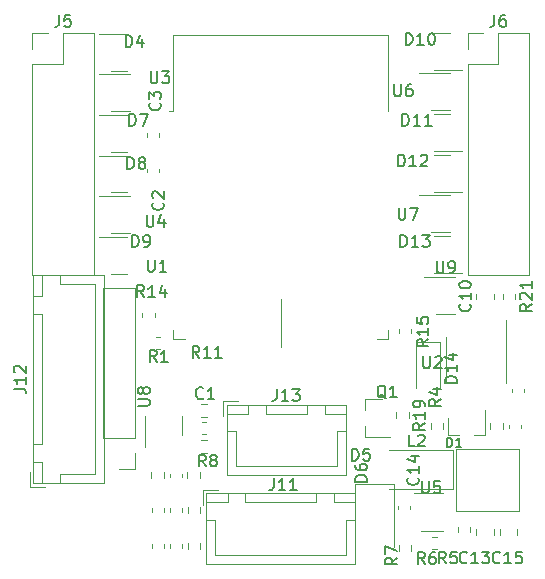
<source format=gbr>
G04 #@! TF.GenerationSoftware,KiCad,Pcbnew,(6.0.0)*
G04 #@! TF.CreationDate,2022-04-17T18:44:47+02:00*
G04 #@! TF.ProjectId,bobbycar,626f6262-7963-4617-922e-6b696361645f,rev?*
G04 #@! TF.SameCoordinates,Original*
G04 #@! TF.FileFunction,Legend,Top*
G04 #@! TF.FilePolarity,Positive*
%FSLAX46Y46*%
G04 Gerber Fmt 4.6, Leading zero omitted, Abs format (unit mm)*
G04 Created by KiCad (PCBNEW (6.0.0)) date 2022-04-17 18:44:47*
%MOMM*%
%LPD*%
G01*
G04 APERTURE LIST*
%ADD10C,0.120000*%
%ADD11C,0.150000*%
G04 APERTURE END LIST*
D10*
X116000000Y-50500000D02*
X116000000Y-54500000D01*
D11*
X130902380Y-57564285D02*
X129902380Y-57564285D01*
X129902380Y-57326190D01*
X129950000Y-57183333D01*
X130045238Y-57088095D01*
X130140476Y-57040476D01*
X130330952Y-56992857D01*
X130473809Y-56992857D01*
X130664285Y-57040476D01*
X130759523Y-57088095D01*
X130854761Y-57183333D01*
X130902380Y-57326190D01*
X130902380Y-57564285D01*
X130902380Y-56040476D02*
X130902380Y-56611904D01*
X130902380Y-56326190D02*
X129902380Y-56326190D01*
X130045238Y-56421428D01*
X130140476Y-56516666D01*
X130188095Y-56611904D01*
X130235714Y-55183333D02*
X130902380Y-55183333D01*
X129854761Y-55421428D02*
X130569047Y-55659523D01*
X130569047Y-55040476D01*
X137232380Y-50892857D02*
X136756190Y-51226190D01*
X137232380Y-51464285D02*
X136232380Y-51464285D01*
X136232380Y-51083333D01*
X136280000Y-50988095D01*
X136327619Y-50940476D01*
X136422857Y-50892857D01*
X136565714Y-50892857D01*
X136660952Y-50940476D01*
X136708571Y-50988095D01*
X136756190Y-51083333D01*
X136756190Y-51464285D01*
X136327619Y-50511904D02*
X136280000Y-50464285D01*
X136232380Y-50369047D01*
X136232380Y-50130952D01*
X136280000Y-50035714D01*
X136327619Y-49988095D01*
X136422857Y-49940476D01*
X136518095Y-49940476D01*
X136660952Y-49988095D01*
X137232380Y-50559523D01*
X137232380Y-49940476D01*
X137232380Y-48988095D02*
X137232380Y-49559523D01*
X137232380Y-49273809D02*
X136232380Y-49273809D01*
X136375238Y-49369047D01*
X136470476Y-49464285D01*
X136518095Y-49559523D01*
X132007142Y-50892857D02*
X132054761Y-50940476D01*
X132102380Y-51083333D01*
X132102380Y-51178571D01*
X132054761Y-51321428D01*
X131959523Y-51416666D01*
X131864285Y-51464285D01*
X131673809Y-51511904D01*
X131530952Y-51511904D01*
X131340476Y-51464285D01*
X131245238Y-51416666D01*
X131150000Y-51321428D01*
X131102380Y-51178571D01*
X131102380Y-51083333D01*
X131150000Y-50940476D01*
X131197619Y-50892857D01*
X132102380Y-49940476D02*
X132102380Y-50511904D01*
X132102380Y-50226190D02*
X131102380Y-50226190D01*
X131245238Y-50321428D01*
X131340476Y-50416666D01*
X131388095Y-50511904D01*
X131102380Y-49321428D02*
X131102380Y-49226190D01*
X131150000Y-49130952D01*
X131197619Y-49083333D01*
X131292857Y-49035714D01*
X131483333Y-48988095D01*
X131721428Y-48988095D01*
X131911904Y-49035714D01*
X132007142Y-49083333D01*
X132054761Y-49130952D01*
X132102380Y-49226190D01*
X132102380Y-49321428D01*
X132054761Y-49416666D01*
X132007142Y-49464285D01*
X131911904Y-49511904D01*
X131721428Y-49559523D01*
X131483333Y-49559523D01*
X131292857Y-49511904D01*
X131197619Y-49464285D01*
X131150000Y-49416666D01*
X131102380Y-49321428D01*
X129188095Y-47252380D02*
X129188095Y-48061904D01*
X129235714Y-48157142D01*
X129283333Y-48204761D01*
X129378571Y-48252380D01*
X129569047Y-48252380D01*
X129664285Y-48204761D01*
X129711904Y-48157142D01*
X129759523Y-48061904D01*
X129759523Y-47252380D01*
X130283333Y-48252380D02*
X130473809Y-48252380D01*
X130569047Y-48204761D01*
X130616666Y-48157142D01*
X130711904Y-48014285D01*
X130759523Y-47823809D01*
X130759523Y-47442857D01*
X130711904Y-47347619D01*
X130664285Y-47300000D01*
X130569047Y-47252380D01*
X130378571Y-47252380D01*
X130283333Y-47300000D01*
X130235714Y-47347619D01*
X130188095Y-47442857D01*
X130188095Y-47680952D01*
X130235714Y-47776190D01*
X130283333Y-47823809D01*
X130378571Y-47871428D01*
X130569047Y-47871428D01*
X130664285Y-47823809D01*
X130711904Y-47776190D01*
X130759523Y-47680952D01*
X105757142Y-33866666D02*
X105804761Y-33914285D01*
X105852380Y-34057142D01*
X105852380Y-34152380D01*
X105804761Y-34295238D01*
X105709523Y-34390476D01*
X105614285Y-34438095D01*
X105423809Y-34485714D01*
X105280952Y-34485714D01*
X105090476Y-34438095D01*
X104995238Y-34390476D01*
X104900000Y-34295238D01*
X104852380Y-34152380D01*
X104852380Y-34057142D01*
X104900000Y-33914285D01*
X104947619Y-33866666D01*
X104852380Y-33533333D02*
X104852380Y-32914285D01*
X105233333Y-33247619D01*
X105233333Y-33104761D01*
X105280952Y-33009523D01*
X105328571Y-32961904D01*
X105423809Y-32914285D01*
X105661904Y-32914285D01*
X105757142Y-32961904D01*
X105804761Y-33009523D01*
X105852380Y-33104761D01*
X105852380Y-33390476D01*
X105804761Y-33485714D01*
X105757142Y-33533333D01*
X93402380Y-58059523D02*
X94116666Y-58059523D01*
X94259523Y-58107142D01*
X94354761Y-58202380D01*
X94402380Y-58345238D01*
X94402380Y-58440476D01*
X94402380Y-57059523D02*
X94402380Y-57630952D01*
X94402380Y-57345238D02*
X93402380Y-57345238D01*
X93545238Y-57440476D01*
X93640476Y-57535714D01*
X93688095Y-57630952D01*
X93497619Y-56678571D02*
X93450000Y-56630952D01*
X93402380Y-56535714D01*
X93402380Y-56297619D01*
X93450000Y-56202380D01*
X93497619Y-56154761D01*
X93592857Y-56107142D01*
X93688095Y-56107142D01*
X93830952Y-56154761D01*
X94402380Y-56726190D01*
X94402380Y-56107142D01*
X106007142Y-42316666D02*
X106054761Y-42364285D01*
X106102380Y-42507142D01*
X106102380Y-42602380D01*
X106054761Y-42745238D01*
X105959523Y-42840476D01*
X105864285Y-42888095D01*
X105673809Y-42935714D01*
X105530952Y-42935714D01*
X105340476Y-42888095D01*
X105245238Y-42840476D01*
X105150000Y-42745238D01*
X105102380Y-42602380D01*
X105102380Y-42507142D01*
X105150000Y-42364285D01*
X105197619Y-42316666D01*
X105197619Y-41935714D02*
X105150000Y-41888095D01*
X105102380Y-41792857D01*
X105102380Y-41554761D01*
X105150000Y-41459523D01*
X105197619Y-41411904D01*
X105292857Y-41364285D01*
X105388095Y-41364285D01*
X105530952Y-41411904D01*
X106102380Y-41983333D01*
X106102380Y-41364285D01*
X104407142Y-50302380D02*
X104073809Y-49826190D01*
X103835714Y-50302380D02*
X103835714Y-49302380D01*
X104216666Y-49302380D01*
X104311904Y-49350000D01*
X104359523Y-49397619D01*
X104407142Y-49492857D01*
X104407142Y-49635714D01*
X104359523Y-49730952D01*
X104311904Y-49778571D01*
X104216666Y-49826190D01*
X103835714Y-49826190D01*
X105359523Y-50302380D02*
X104788095Y-50302380D01*
X105073809Y-50302380D02*
X105073809Y-49302380D01*
X104978571Y-49445238D01*
X104883333Y-49540476D01*
X104788095Y-49588095D01*
X106216666Y-49635714D02*
X106216666Y-50302380D01*
X105978571Y-49254761D02*
X105740476Y-49969047D01*
X106359523Y-49969047D01*
X130059523Y-63011904D02*
X130059523Y-62211904D01*
X130250000Y-62211904D01*
X130364285Y-62250000D01*
X130440476Y-62326190D01*
X130478571Y-62402380D01*
X130516666Y-62554761D01*
X130516666Y-62669047D01*
X130478571Y-62821428D01*
X130440476Y-62897619D01*
X130364285Y-62973809D01*
X130250000Y-63011904D01*
X130059523Y-63011904D01*
X131278571Y-63011904D02*
X130821428Y-63011904D01*
X131050000Y-63011904D02*
X131050000Y-62211904D01*
X130973809Y-62326190D01*
X130897619Y-62402380D01*
X130821428Y-62440476D01*
X129567380Y-58941666D02*
X129091190Y-59275000D01*
X129567380Y-59513095D02*
X128567380Y-59513095D01*
X128567380Y-59132142D01*
X128615000Y-59036904D01*
X128662619Y-58989285D01*
X128757857Y-58941666D01*
X128900714Y-58941666D01*
X128995952Y-58989285D01*
X129043571Y-59036904D01*
X129091190Y-59132142D01*
X129091190Y-59513095D01*
X128900714Y-58084523D02*
X129567380Y-58084523D01*
X128519761Y-58322619D02*
X129234047Y-58560714D01*
X129234047Y-57941666D01*
X115390476Y-65652380D02*
X115390476Y-66366666D01*
X115342857Y-66509523D01*
X115247619Y-66604761D01*
X115104761Y-66652380D01*
X115009523Y-66652380D01*
X116390476Y-66652380D02*
X115819047Y-66652380D01*
X116104761Y-66652380D02*
X116104761Y-65652380D01*
X116009523Y-65795238D01*
X115914285Y-65890476D01*
X115819047Y-65938095D01*
X117342857Y-66652380D02*
X116771428Y-66652380D01*
X117057142Y-66652380D02*
X117057142Y-65652380D01*
X116961904Y-65795238D01*
X116866666Y-65890476D01*
X116771428Y-65938095D01*
X104738095Y-47152380D02*
X104738095Y-47961904D01*
X104785714Y-48057142D01*
X104833333Y-48104761D01*
X104928571Y-48152380D01*
X105119047Y-48152380D01*
X105214285Y-48104761D01*
X105261904Y-48057142D01*
X105309523Y-47961904D01*
X105309523Y-47152380D01*
X106309523Y-48152380D02*
X105738095Y-48152380D01*
X106023809Y-48152380D02*
X106023809Y-47152380D01*
X105928571Y-47295238D01*
X105833333Y-47390476D01*
X105738095Y-47438095D01*
X105483333Y-55802380D02*
X105150000Y-55326190D01*
X104911904Y-55802380D02*
X104911904Y-54802380D01*
X105292857Y-54802380D01*
X105388095Y-54850000D01*
X105435714Y-54897619D01*
X105483333Y-54992857D01*
X105483333Y-55135714D01*
X105435714Y-55230952D01*
X105388095Y-55278571D01*
X105292857Y-55326190D01*
X104911904Y-55326190D01*
X106435714Y-55802380D02*
X105864285Y-55802380D01*
X106150000Y-55802380D02*
X106150000Y-54802380D01*
X106054761Y-54945238D01*
X105959523Y-55040476D01*
X105864285Y-55088095D01*
X128502380Y-53892857D02*
X128026190Y-54226190D01*
X128502380Y-54464285D02*
X127502380Y-54464285D01*
X127502380Y-54083333D01*
X127550000Y-53988095D01*
X127597619Y-53940476D01*
X127692857Y-53892857D01*
X127835714Y-53892857D01*
X127930952Y-53940476D01*
X127978571Y-53988095D01*
X128026190Y-54083333D01*
X128026190Y-54464285D01*
X128502380Y-52940476D02*
X128502380Y-53511904D01*
X128502380Y-53226190D02*
X127502380Y-53226190D01*
X127645238Y-53321428D01*
X127740476Y-53416666D01*
X127788095Y-53511904D01*
X127502380Y-52035714D02*
X127502380Y-52511904D01*
X127978571Y-52559523D01*
X127930952Y-52511904D01*
X127883333Y-52416666D01*
X127883333Y-52178571D01*
X127930952Y-52083333D01*
X127978571Y-52035714D01*
X128073809Y-51988095D01*
X128311904Y-51988095D01*
X128407142Y-52035714D01*
X128454761Y-52083333D01*
X128502380Y-52178571D01*
X128502380Y-52416666D01*
X128454761Y-52511904D01*
X128407142Y-52559523D01*
X124904761Y-58897619D02*
X124809523Y-58850000D01*
X124714285Y-58754761D01*
X124571428Y-58611904D01*
X124476190Y-58564285D01*
X124380952Y-58564285D01*
X124428571Y-58802380D02*
X124333333Y-58754761D01*
X124238095Y-58659523D01*
X124190476Y-58469047D01*
X124190476Y-58135714D01*
X124238095Y-57945238D01*
X124333333Y-57850000D01*
X124428571Y-57802380D01*
X124619047Y-57802380D01*
X124714285Y-57850000D01*
X124809523Y-57945238D01*
X124857142Y-58135714D01*
X124857142Y-58469047D01*
X124809523Y-58659523D01*
X124714285Y-58754761D01*
X124619047Y-58802380D01*
X124428571Y-58802380D01*
X125809523Y-58802380D02*
X125238095Y-58802380D01*
X125523809Y-58802380D02*
X125523809Y-57802380D01*
X125428571Y-57945238D01*
X125333333Y-58040476D01*
X125238095Y-58088095D01*
X128202380Y-60992857D02*
X127726190Y-61326190D01*
X128202380Y-61564285D02*
X127202380Y-61564285D01*
X127202380Y-61183333D01*
X127250000Y-61088095D01*
X127297619Y-61040476D01*
X127392857Y-60992857D01*
X127535714Y-60992857D01*
X127630952Y-61040476D01*
X127678571Y-61088095D01*
X127726190Y-61183333D01*
X127726190Y-61564285D01*
X128202380Y-60040476D02*
X128202380Y-60611904D01*
X128202380Y-60326190D02*
X127202380Y-60326190D01*
X127345238Y-60421428D01*
X127440476Y-60516666D01*
X127488095Y-60611904D01*
X128202380Y-59564285D02*
X128202380Y-59373809D01*
X128154761Y-59278571D01*
X128107142Y-59230952D01*
X127964285Y-59135714D01*
X127773809Y-59088095D01*
X127392857Y-59088095D01*
X127297619Y-59135714D01*
X127250000Y-59183333D01*
X127202380Y-59278571D01*
X127202380Y-59469047D01*
X127250000Y-59564285D01*
X127297619Y-59611904D01*
X127392857Y-59659523D01*
X127630952Y-59659523D01*
X127726190Y-59611904D01*
X127773809Y-59564285D01*
X127821428Y-59469047D01*
X127821428Y-59278571D01*
X127773809Y-59183333D01*
X127726190Y-59135714D01*
X127630952Y-59088095D01*
X131757142Y-72757142D02*
X131709523Y-72804761D01*
X131566666Y-72852380D01*
X131471428Y-72852380D01*
X131328571Y-72804761D01*
X131233333Y-72709523D01*
X131185714Y-72614285D01*
X131138095Y-72423809D01*
X131138095Y-72280952D01*
X131185714Y-72090476D01*
X131233333Y-71995238D01*
X131328571Y-71900000D01*
X131471428Y-71852380D01*
X131566666Y-71852380D01*
X131709523Y-71900000D01*
X131757142Y-71947619D01*
X132709523Y-72852380D02*
X132138095Y-72852380D01*
X132423809Y-72852380D02*
X132423809Y-71852380D01*
X132328571Y-71995238D01*
X132233333Y-72090476D01*
X132138095Y-72138095D01*
X133042857Y-71852380D02*
X133661904Y-71852380D01*
X133328571Y-72233333D01*
X133471428Y-72233333D01*
X133566666Y-72280952D01*
X133614285Y-72328571D01*
X133661904Y-72423809D01*
X133661904Y-72661904D01*
X133614285Y-72757142D01*
X133566666Y-72804761D01*
X133471428Y-72852380D01*
X133185714Y-72852380D01*
X133090476Y-72804761D01*
X133042857Y-72757142D01*
X127607142Y-65592857D02*
X127654761Y-65640476D01*
X127702380Y-65783333D01*
X127702380Y-65878571D01*
X127654761Y-66021428D01*
X127559523Y-66116666D01*
X127464285Y-66164285D01*
X127273809Y-66211904D01*
X127130952Y-66211904D01*
X126940476Y-66164285D01*
X126845238Y-66116666D01*
X126750000Y-66021428D01*
X126702380Y-65878571D01*
X126702380Y-65783333D01*
X126750000Y-65640476D01*
X126797619Y-65592857D01*
X127702380Y-64640476D02*
X127702380Y-65211904D01*
X127702380Y-64926190D02*
X126702380Y-64926190D01*
X126845238Y-65021428D01*
X126940476Y-65116666D01*
X126988095Y-65211904D01*
X127035714Y-63783333D02*
X127702380Y-63783333D01*
X126654761Y-64021428D02*
X127369047Y-64259523D01*
X127369047Y-63640476D01*
X134557142Y-72757142D02*
X134509523Y-72804761D01*
X134366666Y-72852380D01*
X134271428Y-72852380D01*
X134128571Y-72804761D01*
X134033333Y-72709523D01*
X133985714Y-72614285D01*
X133938095Y-72423809D01*
X133938095Y-72280952D01*
X133985714Y-72090476D01*
X134033333Y-71995238D01*
X134128571Y-71900000D01*
X134271428Y-71852380D01*
X134366666Y-71852380D01*
X134509523Y-71900000D01*
X134557142Y-71947619D01*
X135509523Y-72852380D02*
X134938095Y-72852380D01*
X135223809Y-72852380D02*
X135223809Y-71852380D01*
X135128571Y-71995238D01*
X135033333Y-72090476D01*
X134938095Y-72138095D01*
X136414285Y-71852380D02*
X135938095Y-71852380D01*
X135890476Y-72328571D01*
X135938095Y-72280952D01*
X136033333Y-72233333D01*
X136271428Y-72233333D01*
X136366666Y-72280952D01*
X136414285Y-72328571D01*
X136461904Y-72423809D01*
X136461904Y-72661904D01*
X136414285Y-72757142D01*
X136366666Y-72804761D01*
X136271428Y-72852380D01*
X136033333Y-72852380D01*
X135938095Y-72804761D01*
X135890476Y-72757142D01*
X122011904Y-64152380D02*
X122011904Y-63152380D01*
X122250000Y-63152380D01*
X122392857Y-63200000D01*
X122488095Y-63295238D01*
X122535714Y-63390476D01*
X122583333Y-63580952D01*
X122583333Y-63723809D01*
X122535714Y-63914285D01*
X122488095Y-64009523D01*
X122392857Y-64104761D01*
X122250000Y-64152380D01*
X122011904Y-64152380D01*
X123488095Y-63152380D02*
X123011904Y-63152380D01*
X122964285Y-63628571D01*
X123011904Y-63580952D01*
X123107142Y-63533333D01*
X123345238Y-63533333D01*
X123440476Y-63580952D01*
X123488095Y-63628571D01*
X123535714Y-63723809D01*
X123535714Y-63961904D01*
X123488095Y-64057142D01*
X123440476Y-64104761D01*
X123345238Y-64152380D01*
X123107142Y-64152380D01*
X123011904Y-64104761D01*
X122964285Y-64057142D01*
X127333333Y-62952380D02*
X126857142Y-62952380D01*
X126857142Y-61952380D01*
X127619047Y-62047619D02*
X127666666Y-62000000D01*
X127761904Y-61952380D01*
X128000000Y-61952380D01*
X128095238Y-62000000D01*
X128142857Y-62047619D01*
X128190476Y-62142857D01*
X128190476Y-62238095D01*
X128142857Y-62380952D01*
X127571428Y-62952380D01*
X128190476Y-62952380D01*
X129983333Y-72852380D02*
X129650000Y-72376190D01*
X129411904Y-72852380D02*
X129411904Y-71852380D01*
X129792857Y-71852380D01*
X129888095Y-71900000D01*
X129935714Y-71947619D01*
X129983333Y-72042857D01*
X129983333Y-72185714D01*
X129935714Y-72280952D01*
X129888095Y-72328571D01*
X129792857Y-72376190D01*
X129411904Y-72376190D01*
X130888095Y-71852380D02*
X130411904Y-71852380D01*
X130364285Y-72328571D01*
X130411904Y-72280952D01*
X130507142Y-72233333D01*
X130745238Y-72233333D01*
X130840476Y-72280952D01*
X130888095Y-72328571D01*
X130935714Y-72423809D01*
X130935714Y-72661904D01*
X130888095Y-72757142D01*
X130840476Y-72804761D01*
X130745238Y-72852380D01*
X130507142Y-72852380D01*
X130411904Y-72804761D01*
X130364285Y-72757142D01*
X128183333Y-72902380D02*
X127850000Y-72426190D01*
X127611904Y-72902380D02*
X127611904Y-71902380D01*
X127992857Y-71902380D01*
X128088095Y-71950000D01*
X128135714Y-71997619D01*
X128183333Y-72092857D01*
X128183333Y-72235714D01*
X128135714Y-72330952D01*
X128088095Y-72378571D01*
X127992857Y-72426190D01*
X127611904Y-72426190D01*
X129040476Y-71902380D02*
X128850000Y-71902380D01*
X128754761Y-71950000D01*
X128707142Y-71997619D01*
X128611904Y-72140476D01*
X128564285Y-72330952D01*
X128564285Y-72711904D01*
X128611904Y-72807142D01*
X128659523Y-72854761D01*
X128754761Y-72902380D01*
X128945238Y-72902380D01*
X129040476Y-72854761D01*
X129088095Y-72807142D01*
X129135714Y-72711904D01*
X129135714Y-72473809D01*
X129088095Y-72378571D01*
X129040476Y-72330952D01*
X128945238Y-72283333D01*
X128754761Y-72283333D01*
X128659523Y-72330952D01*
X128611904Y-72378571D01*
X128564285Y-72473809D01*
X125852380Y-72366666D02*
X125376190Y-72700000D01*
X125852380Y-72938095D02*
X124852380Y-72938095D01*
X124852380Y-72557142D01*
X124900000Y-72461904D01*
X124947619Y-72414285D01*
X125042857Y-72366666D01*
X125185714Y-72366666D01*
X125280952Y-72414285D01*
X125328571Y-72461904D01*
X125376190Y-72557142D01*
X125376190Y-72938095D01*
X124852380Y-72033333D02*
X124852380Y-71366666D01*
X125852380Y-71795238D01*
X127938095Y-65902380D02*
X127938095Y-66711904D01*
X127985714Y-66807142D01*
X128033333Y-66854761D01*
X128128571Y-66902380D01*
X128319047Y-66902380D01*
X128414285Y-66854761D01*
X128461904Y-66807142D01*
X128509523Y-66711904D01*
X128509523Y-65902380D01*
X129461904Y-65902380D02*
X128985714Y-65902380D01*
X128938095Y-66378571D01*
X128985714Y-66330952D01*
X129080952Y-66283333D01*
X129319047Y-66283333D01*
X129414285Y-66330952D01*
X129461904Y-66378571D01*
X129509523Y-66473809D01*
X129509523Y-66711904D01*
X129461904Y-66807142D01*
X129414285Y-66854761D01*
X129319047Y-66902380D01*
X129080952Y-66902380D01*
X128985714Y-66854761D01*
X128938095Y-66807142D01*
X128053095Y-55327380D02*
X128053095Y-56136904D01*
X128100714Y-56232142D01*
X128148333Y-56279761D01*
X128243571Y-56327380D01*
X128434047Y-56327380D01*
X128529285Y-56279761D01*
X128576904Y-56232142D01*
X128624523Y-56136904D01*
X128624523Y-55327380D01*
X129053095Y-55422619D02*
X129100714Y-55375000D01*
X129195952Y-55327380D01*
X129434047Y-55327380D01*
X129529285Y-55375000D01*
X129576904Y-55422619D01*
X129624523Y-55517857D01*
X129624523Y-55613095D01*
X129576904Y-55755952D01*
X129005476Y-56327380D01*
X129624523Y-56327380D01*
X123302380Y-65938095D02*
X122302380Y-65938095D01*
X122302380Y-65700000D01*
X122350000Y-65557142D01*
X122445238Y-65461904D01*
X122540476Y-65414285D01*
X122730952Y-65366666D01*
X122873809Y-65366666D01*
X123064285Y-65414285D01*
X123159523Y-65461904D01*
X123254761Y-65557142D01*
X123302380Y-65700000D01*
X123302380Y-65938095D01*
X122302380Y-64509523D02*
X122302380Y-64700000D01*
X122350000Y-64795238D01*
X122397619Y-64842857D01*
X122540476Y-64938095D01*
X122730952Y-64985714D01*
X123111904Y-64985714D01*
X123207142Y-64938095D01*
X123254761Y-64890476D01*
X123302380Y-64795238D01*
X123302380Y-64604761D01*
X123254761Y-64509523D01*
X123207142Y-64461904D01*
X123111904Y-64414285D01*
X122873809Y-64414285D01*
X122778571Y-64461904D01*
X122730952Y-64509523D01*
X122683333Y-64604761D01*
X122683333Y-64795238D01*
X122730952Y-64890476D01*
X122778571Y-64938095D01*
X122873809Y-64985714D01*
X125988095Y-42752380D02*
X125988095Y-43561904D01*
X126035714Y-43657142D01*
X126083333Y-43704761D01*
X126178571Y-43752380D01*
X126369047Y-43752380D01*
X126464285Y-43704761D01*
X126511904Y-43657142D01*
X126559523Y-43561904D01*
X126559523Y-42752380D01*
X126940476Y-42752380D02*
X127607142Y-42752380D01*
X127178571Y-43752380D01*
X104638095Y-43352380D02*
X104638095Y-44161904D01*
X104685714Y-44257142D01*
X104733333Y-44304761D01*
X104828571Y-44352380D01*
X105019047Y-44352380D01*
X105114285Y-44304761D01*
X105161904Y-44257142D01*
X105209523Y-44161904D01*
X105209523Y-43352380D01*
X106114285Y-43685714D02*
X106114285Y-44352380D01*
X105876190Y-43304761D02*
X105638095Y-44019047D01*
X106257142Y-44019047D01*
X134086666Y-26422380D02*
X134086666Y-27136666D01*
X134039047Y-27279523D01*
X133943809Y-27374761D01*
X133800952Y-27422380D01*
X133705714Y-27422380D01*
X134991428Y-26422380D02*
X134800952Y-26422380D01*
X134705714Y-26470000D01*
X134658095Y-26517619D01*
X134562857Y-26660476D01*
X134515238Y-26850952D01*
X134515238Y-27231904D01*
X134562857Y-27327142D01*
X134610476Y-27374761D01*
X134705714Y-27422380D01*
X134896190Y-27422380D01*
X134991428Y-27374761D01*
X135039047Y-27327142D01*
X135086666Y-27231904D01*
X135086666Y-26993809D01*
X135039047Y-26898571D01*
X134991428Y-26850952D01*
X134896190Y-26803333D01*
X134705714Y-26803333D01*
X134610476Y-26850952D01*
X134562857Y-26898571D01*
X134515238Y-26993809D01*
X103902380Y-59511904D02*
X104711904Y-59511904D01*
X104807142Y-59464285D01*
X104854761Y-59416666D01*
X104902380Y-59321428D01*
X104902380Y-59130952D01*
X104854761Y-59035714D01*
X104807142Y-58988095D01*
X104711904Y-58940476D01*
X103902380Y-58940476D01*
X104330952Y-58321428D02*
X104283333Y-58416666D01*
X104235714Y-58464285D01*
X104140476Y-58511904D01*
X104092857Y-58511904D01*
X103997619Y-58464285D01*
X103950000Y-58416666D01*
X103902380Y-58321428D01*
X103902380Y-58130952D01*
X103950000Y-58035714D01*
X103997619Y-57988095D01*
X104092857Y-57940476D01*
X104140476Y-57940476D01*
X104235714Y-57988095D01*
X104283333Y-58035714D01*
X104330952Y-58130952D01*
X104330952Y-58321428D01*
X104378571Y-58416666D01*
X104426190Y-58464285D01*
X104521428Y-58511904D01*
X104711904Y-58511904D01*
X104807142Y-58464285D01*
X104854761Y-58416666D01*
X104902380Y-58321428D01*
X104902380Y-58130952D01*
X104854761Y-58035714D01*
X104807142Y-57988095D01*
X104711904Y-57940476D01*
X104521428Y-57940476D01*
X104426190Y-57988095D01*
X104378571Y-58035714D01*
X104330952Y-58130952D01*
X103161904Y-35802380D02*
X103161904Y-34802380D01*
X103400000Y-34802380D01*
X103542857Y-34850000D01*
X103638095Y-34945238D01*
X103685714Y-35040476D01*
X103733333Y-35230952D01*
X103733333Y-35373809D01*
X103685714Y-35564285D01*
X103638095Y-35659523D01*
X103542857Y-35754761D01*
X103400000Y-35802380D01*
X103161904Y-35802380D01*
X104066666Y-34802380D02*
X104733333Y-34802380D01*
X104304761Y-35802380D01*
X109633333Y-64652380D02*
X109300000Y-64176190D01*
X109061904Y-64652380D02*
X109061904Y-63652380D01*
X109442857Y-63652380D01*
X109538095Y-63700000D01*
X109585714Y-63747619D01*
X109633333Y-63842857D01*
X109633333Y-63985714D01*
X109585714Y-64080952D01*
X109538095Y-64128571D01*
X109442857Y-64176190D01*
X109061904Y-64176190D01*
X110204761Y-64080952D02*
X110109523Y-64033333D01*
X110061904Y-63985714D01*
X110014285Y-63890476D01*
X110014285Y-63842857D01*
X110061904Y-63747619D01*
X110109523Y-63700000D01*
X110204761Y-63652380D01*
X110395238Y-63652380D01*
X110490476Y-63700000D01*
X110538095Y-63747619D01*
X110585714Y-63842857D01*
X110585714Y-63890476D01*
X110538095Y-63985714D01*
X110490476Y-64033333D01*
X110395238Y-64080952D01*
X110204761Y-64080952D01*
X110109523Y-64128571D01*
X110061904Y-64176190D01*
X110014285Y-64271428D01*
X110014285Y-64461904D01*
X110061904Y-64557142D01*
X110109523Y-64604761D01*
X110204761Y-64652380D01*
X110395238Y-64652380D01*
X110490476Y-64604761D01*
X110538095Y-64557142D01*
X110585714Y-64461904D01*
X110585714Y-64271428D01*
X110538095Y-64176190D01*
X110490476Y-64128571D01*
X110395238Y-64080952D01*
X126285714Y-35802380D02*
X126285714Y-34802380D01*
X126523809Y-34802380D01*
X126666666Y-34850000D01*
X126761904Y-34945238D01*
X126809523Y-35040476D01*
X126857142Y-35230952D01*
X126857142Y-35373809D01*
X126809523Y-35564285D01*
X126761904Y-35659523D01*
X126666666Y-35754761D01*
X126523809Y-35802380D01*
X126285714Y-35802380D01*
X127809523Y-35802380D02*
X127238095Y-35802380D01*
X127523809Y-35802380D02*
X127523809Y-34802380D01*
X127428571Y-34945238D01*
X127333333Y-35040476D01*
X127238095Y-35088095D01*
X128761904Y-35802380D02*
X128190476Y-35802380D01*
X128476190Y-35802380D02*
X128476190Y-34802380D01*
X128380952Y-34945238D01*
X128285714Y-35040476D01*
X128190476Y-35088095D01*
X109433333Y-58857142D02*
X109385714Y-58904761D01*
X109242857Y-58952380D01*
X109147619Y-58952380D01*
X109004761Y-58904761D01*
X108909523Y-58809523D01*
X108861904Y-58714285D01*
X108814285Y-58523809D01*
X108814285Y-58380952D01*
X108861904Y-58190476D01*
X108909523Y-58095238D01*
X109004761Y-58000000D01*
X109147619Y-57952380D01*
X109242857Y-57952380D01*
X109385714Y-58000000D01*
X109433333Y-58047619D01*
X110385714Y-58952380D02*
X109814285Y-58952380D01*
X110100000Y-58952380D02*
X110100000Y-57952380D01*
X110004761Y-58095238D01*
X109909523Y-58190476D01*
X109814285Y-58238095D01*
X125588095Y-32302380D02*
X125588095Y-33111904D01*
X125635714Y-33207142D01*
X125683333Y-33254761D01*
X125778571Y-33302380D01*
X125969047Y-33302380D01*
X126064285Y-33254761D01*
X126111904Y-33207142D01*
X126159523Y-33111904D01*
X126159523Y-32302380D01*
X127064285Y-32302380D02*
X126873809Y-32302380D01*
X126778571Y-32350000D01*
X126730952Y-32397619D01*
X126635714Y-32540476D01*
X126588095Y-32730952D01*
X126588095Y-33111904D01*
X126635714Y-33207142D01*
X126683333Y-33254761D01*
X126778571Y-33302380D01*
X126969047Y-33302380D01*
X127064285Y-33254761D01*
X127111904Y-33207142D01*
X127159523Y-33111904D01*
X127159523Y-32873809D01*
X127111904Y-32778571D01*
X127064285Y-32730952D01*
X126969047Y-32683333D01*
X126778571Y-32683333D01*
X126683333Y-32730952D01*
X126635714Y-32778571D01*
X126588095Y-32873809D01*
X102861904Y-29152380D02*
X102861904Y-28152380D01*
X103100000Y-28152380D01*
X103242857Y-28200000D01*
X103338095Y-28295238D01*
X103385714Y-28390476D01*
X103433333Y-28580952D01*
X103433333Y-28723809D01*
X103385714Y-28914285D01*
X103338095Y-29009523D01*
X103242857Y-29104761D01*
X103100000Y-29152380D01*
X102861904Y-29152380D01*
X104290476Y-28485714D02*
X104290476Y-29152380D01*
X104052380Y-28104761D02*
X103814285Y-28819047D01*
X104433333Y-28819047D01*
X125935714Y-39252380D02*
X125935714Y-38252380D01*
X126173809Y-38252380D01*
X126316666Y-38300000D01*
X126411904Y-38395238D01*
X126459523Y-38490476D01*
X126507142Y-38680952D01*
X126507142Y-38823809D01*
X126459523Y-39014285D01*
X126411904Y-39109523D01*
X126316666Y-39204761D01*
X126173809Y-39252380D01*
X125935714Y-39252380D01*
X127459523Y-39252380D02*
X126888095Y-39252380D01*
X127173809Y-39252380D02*
X127173809Y-38252380D01*
X127078571Y-38395238D01*
X126983333Y-38490476D01*
X126888095Y-38538095D01*
X127840476Y-38347619D02*
X127888095Y-38300000D01*
X127983333Y-38252380D01*
X128221428Y-38252380D01*
X128316666Y-38300000D01*
X128364285Y-38347619D01*
X128411904Y-38442857D01*
X128411904Y-38538095D01*
X128364285Y-38680952D01*
X127792857Y-39252380D01*
X128411904Y-39252380D01*
X103411904Y-46052380D02*
X103411904Y-45052380D01*
X103650000Y-45052380D01*
X103792857Y-45100000D01*
X103888095Y-45195238D01*
X103935714Y-45290476D01*
X103983333Y-45480952D01*
X103983333Y-45623809D01*
X103935714Y-45814285D01*
X103888095Y-45909523D01*
X103792857Y-46004761D01*
X103650000Y-46052380D01*
X103411904Y-46052380D01*
X104459523Y-46052380D02*
X104650000Y-46052380D01*
X104745238Y-46004761D01*
X104792857Y-45957142D01*
X104888095Y-45814285D01*
X104935714Y-45623809D01*
X104935714Y-45242857D01*
X104888095Y-45147619D01*
X104840476Y-45100000D01*
X104745238Y-45052380D01*
X104554761Y-45052380D01*
X104459523Y-45100000D01*
X104411904Y-45147619D01*
X104364285Y-45242857D01*
X104364285Y-45480952D01*
X104411904Y-45576190D01*
X104459523Y-45623809D01*
X104554761Y-45671428D01*
X104745238Y-45671428D01*
X104840476Y-45623809D01*
X104888095Y-45576190D01*
X104935714Y-45480952D01*
X126135714Y-46052380D02*
X126135714Y-45052380D01*
X126373809Y-45052380D01*
X126516666Y-45100000D01*
X126611904Y-45195238D01*
X126659523Y-45290476D01*
X126707142Y-45480952D01*
X126707142Y-45623809D01*
X126659523Y-45814285D01*
X126611904Y-45909523D01*
X126516666Y-46004761D01*
X126373809Y-46052380D01*
X126135714Y-46052380D01*
X127659523Y-46052380D02*
X127088095Y-46052380D01*
X127373809Y-46052380D02*
X127373809Y-45052380D01*
X127278571Y-45195238D01*
X127183333Y-45290476D01*
X127088095Y-45338095D01*
X127992857Y-45052380D02*
X128611904Y-45052380D01*
X128278571Y-45433333D01*
X128421428Y-45433333D01*
X128516666Y-45480952D01*
X128564285Y-45528571D01*
X128611904Y-45623809D01*
X128611904Y-45861904D01*
X128564285Y-45957142D01*
X128516666Y-46004761D01*
X128421428Y-46052380D01*
X128135714Y-46052380D01*
X128040476Y-46004761D01*
X127992857Y-45957142D01*
X97236666Y-26422380D02*
X97236666Y-27136666D01*
X97189047Y-27279523D01*
X97093809Y-27374761D01*
X96950952Y-27422380D01*
X96855714Y-27422380D01*
X98189047Y-26422380D02*
X97712857Y-26422380D01*
X97665238Y-26898571D01*
X97712857Y-26850952D01*
X97808095Y-26803333D01*
X98046190Y-26803333D01*
X98141428Y-26850952D01*
X98189047Y-26898571D01*
X98236666Y-26993809D01*
X98236666Y-27231904D01*
X98189047Y-27327142D01*
X98141428Y-27374761D01*
X98046190Y-27422380D01*
X97808095Y-27422380D01*
X97712857Y-27374761D01*
X97665238Y-27327142D01*
X103011904Y-39452380D02*
X103011904Y-38452380D01*
X103250000Y-38452380D01*
X103392857Y-38500000D01*
X103488095Y-38595238D01*
X103535714Y-38690476D01*
X103583333Y-38880952D01*
X103583333Y-39023809D01*
X103535714Y-39214285D01*
X103488095Y-39309523D01*
X103392857Y-39404761D01*
X103250000Y-39452380D01*
X103011904Y-39452380D01*
X104154761Y-38880952D02*
X104059523Y-38833333D01*
X104011904Y-38785714D01*
X103964285Y-38690476D01*
X103964285Y-38642857D01*
X104011904Y-38547619D01*
X104059523Y-38500000D01*
X104154761Y-38452380D01*
X104345238Y-38452380D01*
X104440476Y-38500000D01*
X104488095Y-38547619D01*
X104535714Y-38642857D01*
X104535714Y-38690476D01*
X104488095Y-38785714D01*
X104440476Y-38833333D01*
X104345238Y-38880952D01*
X104154761Y-38880952D01*
X104059523Y-38928571D01*
X104011904Y-38976190D01*
X103964285Y-39071428D01*
X103964285Y-39261904D01*
X104011904Y-39357142D01*
X104059523Y-39404761D01*
X104154761Y-39452380D01*
X104345238Y-39452380D01*
X104440476Y-39404761D01*
X104488095Y-39357142D01*
X104535714Y-39261904D01*
X104535714Y-39071428D01*
X104488095Y-38976190D01*
X104440476Y-38928571D01*
X104345238Y-38880952D01*
X109107142Y-55452380D02*
X108773809Y-54976190D01*
X108535714Y-55452380D02*
X108535714Y-54452380D01*
X108916666Y-54452380D01*
X109011904Y-54500000D01*
X109059523Y-54547619D01*
X109107142Y-54642857D01*
X109107142Y-54785714D01*
X109059523Y-54880952D01*
X109011904Y-54928571D01*
X108916666Y-54976190D01*
X108535714Y-54976190D01*
X110059523Y-55452380D02*
X109488095Y-55452380D01*
X109773809Y-55452380D02*
X109773809Y-54452380D01*
X109678571Y-54595238D01*
X109583333Y-54690476D01*
X109488095Y-54738095D01*
X111011904Y-55452380D02*
X110440476Y-55452380D01*
X110726190Y-55452380D02*
X110726190Y-54452380D01*
X110630952Y-54595238D01*
X110535714Y-54690476D01*
X110440476Y-54738095D01*
X115640476Y-58102380D02*
X115640476Y-58816666D01*
X115592857Y-58959523D01*
X115497619Y-59054761D01*
X115354761Y-59102380D01*
X115259523Y-59102380D01*
X116640476Y-59102380D02*
X116069047Y-59102380D01*
X116354761Y-59102380D02*
X116354761Y-58102380D01*
X116259523Y-58245238D01*
X116164285Y-58340476D01*
X116069047Y-58388095D01*
X116973809Y-58102380D02*
X117592857Y-58102380D01*
X117259523Y-58483333D01*
X117402380Y-58483333D01*
X117497619Y-58530952D01*
X117545238Y-58578571D01*
X117592857Y-58673809D01*
X117592857Y-58911904D01*
X117545238Y-59007142D01*
X117497619Y-59054761D01*
X117402380Y-59102380D01*
X117116666Y-59102380D01*
X117021428Y-59054761D01*
X116973809Y-59007142D01*
X104988095Y-31202380D02*
X104988095Y-32011904D01*
X105035714Y-32107142D01*
X105083333Y-32154761D01*
X105178571Y-32202380D01*
X105369047Y-32202380D01*
X105464285Y-32154761D01*
X105511904Y-32107142D01*
X105559523Y-32011904D01*
X105559523Y-31202380D01*
X105940476Y-31202380D02*
X106559523Y-31202380D01*
X106226190Y-31583333D01*
X106369047Y-31583333D01*
X106464285Y-31630952D01*
X106511904Y-31678571D01*
X106559523Y-31773809D01*
X106559523Y-32011904D01*
X106511904Y-32107142D01*
X106464285Y-32154761D01*
X106369047Y-32202380D01*
X106083333Y-32202380D01*
X105988095Y-32154761D01*
X105940476Y-32107142D01*
X126585714Y-28952380D02*
X126585714Y-27952380D01*
X126823809Y-27952380D01*
X126966666Y-28000000D01*
X127061904Y-28095238D01*
X127109523Y-28190476D01*
X127157142Y-28380952D01*
X127157142Y-28523809D01*
X127109523Y-28714285D01*
X127061904Y-28809523D01*
X126966666Y-28904761D01*
X126823809Y-28952380D01*
X126585714Y-28952380D01*
X128109523Y-28952380D02*
X127538095Y-28952380D01*
X127823809Y-28952380D02*
X127823809Y-27952380D01*
X127728571Y-28095238D01*
X127633333Y-28190476D01*
X127538095Y-28238095D01*
X128728571Y-27952380D02*
X128823809Y-27952380D01*
X128919047Y-28000000D01*
X128966666Y-28047619D01*
X129014285Y-28142857D01*
X129061904Y-28333333D01*
X129061904Y-28571428D01*
X129014285Y-28761904D01*
X128966666Y-28857142D01*
X128919047Y-28904761D01*
X128823809Y-28952380D01*
X128728571Y-28952380D01*
X128633333Y-28904761D01*
X128585714Y-28857142D01*
X128538095Y-28761904D01*
X128490476Y-28571428D01*
X128490476Y-28333333D01*
X128538095Y-28142857D01*
X128585714Y-28047619D01*
X128633333Y-28000000D01*
X128728571Y-27952380D01*
D10*
X129450000Y-54100000D02*
X127450000Y-54100000D01*
X127450000Y-54100000D02*
X127450000Y-58000000D01*
X129450000Y-54100000D02*
X129450000Y-58000000D01*
X135872500Y-50012742D02*
X135872500Y-50487258D01*
X134827500Y-50012742D02*
X134827500Y-50487258D01*
X132565000Y-50477064D02*
X132565000Y-50022936D01*
X134035000Y-50477064D02*
X134035000Y-50022936D01*
X129950000Y-51760000D02*
X130750000Y-51760000D01*
X129950000Y-51760000D02*
X129150000Y-51760000D01*
X129950000Y-48640000D02*
X130750000Y-48640000D01*
X129950000Y-48640000D02*
X128150000Y-48640000D01*
X104646000Y-36413221D02*
X104646000Y-36738779D01*
X105666000Y-36413221D02*
X105666000Y-36738779D01*
X95800000Y-66050000D02*
X95800000Y-64250000D01*
X97300000Y-48450000D02*
X97300000Y-49200000D01*
X97300000Y-65300000D02*
X100250000Y-65300000D01*
X94750000Y-65100000D02*
X94750000Y-66350000D01*
X95050000Y-66050000D02*
X95800000Y-66050000D01*
X95050000Y-62750000D02*
X95800000Y-62750000D01*
X100250000Y-49200000D02*
X100250000Y-57250000D01*
X95800000Y-51750000D02*
X95050000Y-51750000D01*
X95800000Y-64250000D02*
X95050000Y-64250000D01*
X95050000Y-48450000D02*
X95050000Y-50250000D01*
X94750000Y-66350000D02*
X96000000Y-66350000D01*
X97300000Y-66050000D02*
X97300000Y-65300000D01*
X101010000Y-66060000D02*
X101010000Y-48440000D01*
X95040000Y-66060000D02*
X101010000Y-66060000D01*
X95800000Y-48450000D02*
X95050000Y-48450000D01*
X97300000Y-49200000D02*
X100250000Y-49200000D01*
X95050000Y-50250000D02*
X95800000Y-50250000D01*
X101010000Y-48440000D02*
X95040000Y-48440000D01*
X95800000Y-62750000D02*
X95800000Y-51750000D01*
X95050000Y-64250000D02*
X95050000Y-66050000D01*
X95040000Y-48440000D02*
X95040000Y-66060000D01*
X95800000Y-50250000D02*
X95800000Y-48450000D01*
X100250000Y-65300000D02*
X100250000Y-57250000D01*
X95050000Y-51750000D02*
X95050000Y-62750000D01*
X107660000Y-68189221D02*
X107660000Y-68514779D01*
X106640000Y-68189221D02*
X106640000Y-68514779D01*
X106640000Y-71562779D02*
X106640000Y-71237221D01*
X107660000Y-71562779D02*
X107660000Y-71237221D01*
X105116000Y-71237221D02*
X105116000Y-71562779D01*
X106136000Y-71237221D02*
X106136000Y-71562779D01*
X106136000Y-68514779D02*
X106136000Y-68189221D01*
X105116000Y-68514779D02*
X105116000Y-68189221D01*
X105660000Y-39762779D02*
X105660000Y-39437221D01*
X104640000Y-39762779D02*
X104640000Y-39437221D01*
X104290000Y-52012779D02*
X104290000Y-51687221D01*
X105310000Y-52012779D02*
X105310000Y-51687221D01*
X136565000Y-58059420D02*
X136565000Y-58340580D01*
X135545000Y-58059420D02*
X135545000Y-58340580D01*
X135295000Y-61106420D02*
X135295000Y-61387580D01*
X136315000Y-61106420D02*
X136315000Y-61387580D01*
X130161000Y-62007000D02*
X130161000Y-60547000D01*
X133321000Y-62007000D02*
X132391000Y-62007000D01*
X133321000Y-62007000D02*
X133321000Y-59847000D01*
X130161000Y-62007000D02*
X131091000Y-62007000D01*
X134777500Y-61484258D02*
X134777500Y-61009742D01*
X133732500Y-61484258D02*
X133732500Y-61009742D01*
X129723500Y-61009742D02*
X129723500Y-61484258D01*
X128678500Y-61009742D02*
X128678500Y-61484258D01*
X111500000Y-67675000D02*
X111500000Y-66925000D01*
X122310000Y-66915000D02*
X109690000Y-66915000D01*
X113000000Y-66925000D02*
X113000000Y-67675000D01*
X109690000Y-66915000D02*
X109690000Y-72885000D01*
X121550000Y-69175000D02*
X121550000Y-72125000D01*
X122300000Y-67675000D02*
X122300000Y-66925000D01*
X109400000Y-66625000D02*
X109400000Y-67875000D01*
X110450000Y-69175000D02*
X110450000Y-72125000D01*
X109700000Y-67675000D02*
X111500000Y-67675000D01*
X119000000Y-66925000D02*
X113000000Y-66925000D01*
X111500000Y-66925000D02*
X109700000Y-66925000D01*
X122300000Y-66925000D02*
X120500000Y-66925000D01*
X122310000Y-72885000D02*
X122310000Y-66915000D01*
X110650000Y-66625000D02*
X109400000Y-66625000D01*
X110450000Y-72125000D02*
X116000000Y-72125000D01*
X121550000Y-72125000D02*
X116000000Y-72125000D01*
X109690000Y-72885000D02*
X122310000Y-72885000D01*
X120500000Y-67675000D02*
X122300000Y-67675000D01*
X109700000Y-66925000D02*
X109700000Y-67675000D01*
X113000000Y-67675000D02*
X119000000Y-67675000D01*
X120500000Y-66925000D02*
X120500000Y-67675000D01*
X119000000Y-67675000D02*
X119000000Y-66925000D01*
X109700000Y-69175000D02*
X110450000Y-69175000D01*
X122300000Y-69175000D02*
X121550000Y-69175000D01*
X108151500Y-71162742D02*
X108151500Y-71637258D01*
X109196500Y-71162742D02*
X109196500Y-71637258D01*
X108151500Y-68589258D02*
X108151500Y-68114742D01*
X109196500Y-68589258D02*
X109196500Y-68114742D01*
X125120000Y-53880000D02*
X124120000Y-53880000D01*
X106880000Y-34555000D02*
X106500000Y-34555000D01*
X106880000Y-53880000D02*
X107880000Y-53880000D01*
X125120000Y-53100000D02*
X125120000Y-53880000D01*
X106880000Y-28135000D02*
X125120000Y-28135000D01*
X106880000Y-53100000D02*
X106880000Y-53880000D01*
X125120000Y-28135000D02*
X125120000Y-34555000D01*
X106880000Y-28135000D02*
X106880000Y-34555000D01*
X105762779Y-54710000D02*
X105437221Y-54710000D01*
X105762779Y-53690000D02*
X105437221Y-53690000D01*
X126040000Y-53037221D02*
X126040000Y-53362779D01*
X127060000Y-53037221D02*
X127060000Y-53362779D01*
X123090000Y-58970000D02*
X123090000Y-59900000D01*
X123090000Y-58970000D02*
X124550000Y-58970000D01*
X123090000Y-62130000D02*
X123090000Y-61200000D01*
X123090000Y-62130000D02*
X125250000Y-62130000D01*
X125777500Y-60537258D02*
X125777500Y-60062742D01*
X126822500Y-60537258D02*
X126822500Y-60062742D01*
X134035000Y-70461252D02*
X134035000Y-69938748D01*
X132565000Y-70461252D02*
X132565000Y-69938748D01*
X126960000Y-67959420D02*
X126960000Y-68240580D01*
X125940000Y-67959420D02*
X125940000Y-68240580D01*
X134565000Y-70461252D02*
X134565000Y-69938748D01*
X136035000Y-70461252D02*
X136035000Y-69938748D01*
X130600000Y-66550000D02*
X130600000Y-63250000D01*
X130600000Y-63250000D02*
X125200000Y-63250000D01*
X130600000Y-66550000D02*
X125200000Y-66550000D01*
X130800000Y-68400000D02*
X136200000Y-68400000D01*
X130800000Y-63200000D02*
X136200000Y-63200000D01*
X136200000Y-63200000D02*
X136200000Y-68400000D01*
X130800000Y-63200000D02*
X130800000Y-68400000D01*
X130977500Y-70237258D02*
X130977500Y-69762742D01*
X132022500Y-70237258D02*
X132022500Y-69762742D01*
X128762742Y-70627500D02*
X129237258Y-70627500D01*
X128762742Y-71672500D02*
X129237258Y-71672500D01*
X127022500Y-71312742D02*
X127022500Y-71787258D01*
X125977500Y-71312742D02*
X125977500Y-71787258D01*
X127900000Y-70110000D02*
X129700000Y-70110000D01*
X129700000Y-66890000D02*
X127250000Y-66890000D01*
X135075000Y-55675000D02*
X135075000Y-52225000D01*
X135075000Y-55675000D02*
X135075000Y-57625000D01*
X129955000Y-55675000D02*
X129955000Y-57625000D01*
X129955000Y-55675000D02*
X129955000Y-53725000D01*
X103630000Y-63550000D02*
X103630000Y-64880000D01*
X103630000Y-62280000D02*
X100970000Y-62280000D01*
X100970000Y-62280000D02*
X100970000Y-49520000D01*
X103630000Y-62280000D02*
X103630000Y-49520000D01*
X103630000Y-49520000D02*
X100970000Y-49520000D01*
X103630000Y-64880000D02*
X102300000Y-64880000D01*
X125600000Y-66100000D02*
X122300000Y-66100000D01*
X122300000Y-66100000D02*
X122300000Y-71500000D01*
X125600000Y-66100000D02*
X125600000Y-71500000D01*
X129520000Y-44820000D02*
X128720000Y-44820000D01*
X129520000Y-41700000D02*
X130320000Y-41700000D01*
X129520000Y-41700000D02*
X127720000Y-41700000D01*
X129520000Y-44820000D02*
X130320000Y-44820000D01*
X102430000Y-44890000D02*
X103230000Y-44890000D01*
X102430000Y-44890000D02*
X101630000Y-44890000D01*
X102430000Y-41770000D02*
X103230000Y-41770000D01*
X102430000Y-41770000D02*
X100630000Y-41770000D01*
X107610000Y-65540580D02*
X107610000Y-65259420D01*
X106590000Y-65540580D02*
X106590000Y-65259420D01*
X134420000Y-27970000D02*
X137020000Y-27970000D01*
X131820000Y-27970000D02*
X133150000Y-27970000D01*
X137020000Y-27970000D02*
X137020000Y-48410000D01*
X131820000Y-29300000D02*
X131820000Y-27970000D01*
X131820000Y-30570000D02*
X131820000Y-48410000D01*
X131820000Y-48410000D02*
X137020000Y-48410000D01*
X134420000Y-30570000D02*
X134420000Y-27970000D01*
X131820000Y-30570000D02*
X134420000Y-30570000D01*
X107610000Y-61200000D02*
X107610000Y-60400000D01*
X104490000Y-61200000D02*
X104490000Y-60400000D01*
X104490000Y-61200000D02*
X104490000Y-63000000D01*
X107610000Y-61200000D02*
X107610000Y-62000000D01*
X102300000Y-34890000D02*
X102950000Y-34890000D01*
X102300000Y-34890000D02*
X100625000Y-34890000D01*
X102300000Y-38010000D02*
X102950000Y-38010000D01*
X102300000Y-38010000D02*
X101650000Y-38010000D01*
X109737258Y-63470500D02*
X109262742Y-63470500D01*
X109737258Y-62425500D02*
X109262742Y-62425500D01*
X129650000Y-34820000D02*
X129000000Y-34820000D01*
X129650000Y-34820000D02*
X130300000Y-34820000D01*
X129650000Y-37940000D02*
X129000000Y-37940000D01*
X129650000Y-37940000D02*
X131325000Y-37940000D01*
X109359420Y-60914000D02*
X109640580Y-60914000D01*
X109359420Y-61934000D02*
X109640580Y-61934000D01*
X105053500Y-65162742D02*
X105053500Y-65637258D01*
X106098500Y-65162742D02*
X106098500Y-65637258D01*
X129520000Y-31380000D02*
X130320000Y-31380000D01*
X129520000Y-34500000D02*
X130320000Y-34500000D01*
X129520000Y-31380000D02*
X127720000Y-31380000D01*
X129520000Y-34500000D02*
X128720000Y-34500000D01*
X102300000Y-31130000D02*
X102950000Y-31130000D01*
X102300000Y-28010000D02*
X100625000Y-28010000D01*
X102300000Y-28010000D02*
X102950000Y-28010000D01*
X102300000Y-31130000D02*
X101650000Y-31130000D01*
X129650000Y-38260000D02*
X130300000Y-38260000D01*
X129650000Y-41380000D02*
X131325000Y-41380000D01*
X129650000Y-41380000D02*
X129000000Y-41380000D01*
X129650000Y-38260000D02*
X129000000Y-38260000D01*
X102300000Y-45210000D02*
X102950000Y-45210000D01*
X102300000Y-45210000D02*
X100625000Y-45210000D01*
X102300000Y-48330000D02*
X101650000Y-48330000D01*
X102300000Y-48330000D02*
X102950000Y-48330000D01*
X129650000Y-45140000D02*
X130300000Y-45140000D01*
X129650000Y-48260000D02*
X129000000Y-48260000D01*
X129650000Y-48260000D02*
X131325000Y-48260000D01*
X129650000Y-45140000D02*
X129000000Y-45140000D01*
X94970000Y-30570000D02*
X94970000Y-48410000D01*
X94970000Y-30570000D02*
X97570000Y-30570000D01*
X100170000Y-27970000D02*
X100170000Y-48410000D01*
X94970000Y-29300000D02*
X94970000Y-27970000D01*
X94970000Y-48410000D02*
X100170000Y-48410000D01*
X97570000Y-30570000D02*
X97570000Y-27970000D01*
X97570000Y-27970000D02*
X100170000Y-27970000D01*
X94970000Y-27970000D02*
X96300000Y-27970000D01*
X102300000Y-38330000D02*
X102950000Y-38330000D01*
X102300000Y-41450000D02*
X102950000Y-41450000D01*
X102300000Y-41450000D02*
X101650000Y-41450000D01*
X102300000Y-38330000D02*
X100625000Y-38330000D01*
X109737258Y-59377500D02*
X109262742Y-59377500D01*
X109737258Y-60422500D02*
X109262742Y-60422500D01*
X118250000Y-60175000D02*
X118250000Y-59425000D01*
X111440000Y-59415000D02*
X111440000Y-65385000D01*
X121550000Y-60175000D02*
X121550000Y-59425000D01*
X119750000Y-59425000D02*
X119750000Y-60175000D01*
X120800000Y-64625000D02*
X116500000Y-64625000D01*
X121550000Y-61675000D02*
X120800000Y-61675000D01*
X114750000Y-60175000D02*
X118250000Y-60175000D01*
X112200000Y-64625000D02*
X116500000Y-64625000D01*
X118250000Y-59425000D02*
X114750000Y-59425000D01*
X121560000Y-59415000D02*
X111440000Y-59415000D01*
X119750000Y-60175000D02*
X121550000Y-60175000D01*
X111150000Y-59125000D02*
X111150000Y-60375000D01*
X114750000Y-59425000D02*
X114750000Y-60175000D01*
X111450000Y-61675000D02*
X112200000Y-61675000D01*
X121550000Y-59425000D02*
X119750000Y-59425000D01*
X120800000Y-61675000D02*
X120800000Y-64625000D01*
X111450000Y-60175000D02*
X113250000Y-60175000D01*
X112400000Y-59125000D02*
X111150000Y-59125000D01*
X111440000Y-65385000D02*
X121560000Y-65385000D01*
X113250000Y-60175000D02*
X113250000Y-59425000D01*
X113250000Y-59425000D02*
X111450000Y-59425000D01*
X121560000Y-65385000D02*
X121560000Y-59415000D01*
X112200000Y-61675000D02*
X112200000Y-64625000D01*
X111450000Y-59425000D02*
X111450000Y-60175000D01*
X109146500Y-65162742D02*
X109146500Y-65637258D01*
X108101500Y-65162742D02*
X108101500Y-65637258D01*
X102430000Y-31450000D02*
X103230000Y-31450000D01*
X102430000Y-34570000D02*
X103230000Y-34570000D01*
X102430000Y-31450000D02*
X100630000Y-31450000D01*
X102430000Y-34570000D02*
X101630000Y-34570000D01*
X129650000Y-31060000D02*
X129000000Y-31060000D01*
X129650000Y-31060000D02*
X131325000Y-31060000D01*
X129650000Y-27940000D02*
X130300000Y-27940000D01*
X129650000Y-27940000D02*
X129000000Y-27940000D01*
M02*

</source>
